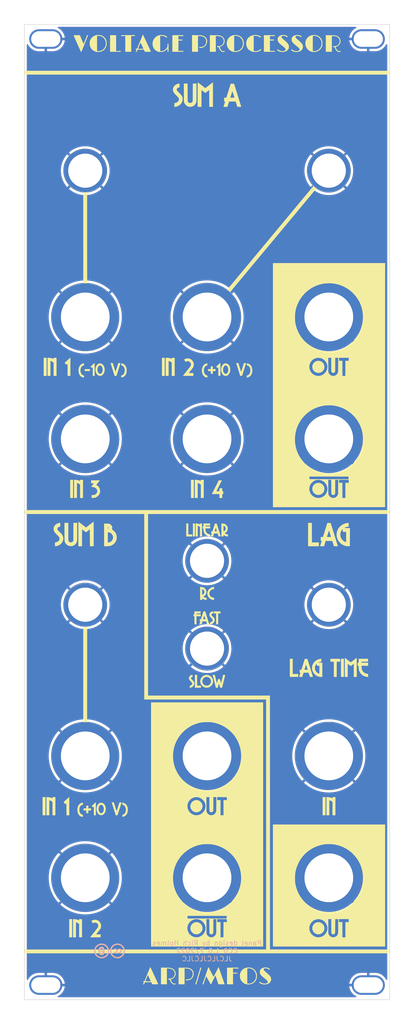
<source format=kicad_pcb>
(kicad_pcb (version 20211014) (generator pcbnew)
  (layers (0 "F.Cu" signal) (31 "B.Cu" signal) (34 "B.Paste" user) (35 "F.Paste" user) (36 "B.SilkS" user "B.Silkscreen") (37 "F.SilkS" user "F.Silkscreen") (38 "B.Mask" user) (39 "F.Mask" user) (44 "Edge.Cuts" user))
  (net 0 "")
  (net 1 "GND")
  (footprint "Kosmo_panel:Kosmo_Panel_Dual_Slotted_Mounting_Holes" (layer "F.Cu") (at 88.1 10.6 180)
    (fp_text reference "H12" hide)
    (fp_text value "Mounting_Holes")
    (pad "1" thru_hole oval locked (at 1.4 -194 180) (size 6.8 4) (drill oval 6 3.2) (layers *.Cu *.Mask) (net 1 "GND"))
    (pad "1" thru_hole oval locked (at 1.4 0 180) (size 6.8 4) (drill oval 6 3.2) (layers *.Cu *.Mask) (net 1 "GND"))
  )
  (footprint "Kosmo_panel:Kosmo_Switch_Hole" (layer "F.Cu") (at 53.6 117.6)
    (fp_text reference "H10" hide)
    (fp_text value "Switch_Hole")
    (pad "1" thru_hole circle locked (at 0 0) (size 9 9) (drill 7) (layers *.Cu *.Mask) (net 1 "GND"))
  )
  (footprint "Kosmo_panel:Kosmo_Jack_Hole" (layer "F.Cu") (at 28.6 67.6)
    (fp_text reference "H7" hide)
    (fp_text value "Jack_Hole")
    (pad "1" thru_hole circle locked (at 0 0) (size 14 14) (drill 10) (layers *.Cu *.Mask) (net 1 "GND"))
  )
  (footprint "Kosmo_panel:Kosmo_Jack_Hole" (layer "F.Cu") (at 53.6 67.6)
    (fp_text reference "H8" hide)
    (fp_text value "Jack_Hole")
    (pad "1" thru_hole circle locked (at 0 0) (size 14 14) (drill 10) (layers *.Cu *.Mask) (net 1 "GND"))
  )
  (footprint "Kosmo_panel:Kosmo_Jack_Hole" (layer "F.Cu") (at 28.6 157.6)
    (fp_text reference "H1" hide)
    (fp_text value "Jack_Hole")
    (pad "1" thru_hole circle locked (at 0 0) (size 14 14) (drill 10) (layers *.Cu *.Mask) (net 1 "GND"))
  )
  (footprint "Kosmo_panel:Kosmo_Panel_Dual_Slotted_Mounting_Holes" (layer "F.Cu") (at 19.1 204.6)
    (fp_text reference "H9" hide)
    (fp_text value "Mounting_Holes")
    (pad "1" thru_hole oval locked (at 1.4 0) (size 6.8 4) (drill oval 6 3.2) (layers *.Cu *.Mask) (net 1 "GND"))
    (pad "1" thru_hole oval locked (at 1.4 -194) (size 6.8 4) (drill oval 6 3.2) (layers *.Cu *.Mask) (net 1 "GND"))
  )
  (footprint "Kosmo_panel:Kosmo_Pot_Hole" (layer "F.Cu") (at 28.6 37.6)
    (fp_text reference "H11" hide)
    (fp_text value "Pot_Hole")
    (pad "1" thru_hole circle locked (at 0 0) (size 9 9) (drill 7) (layers *.Cu *.Mask) (net 1 "GND"))
  )
  (footprint "Kosmo_panel:Kosmo_Jack_Hole" (layer "F.Cu") (at 28.6 182.6)
    (fp_text reference "H2" hide)
    (fp_text value "Jack_Hole")
    (pad "1" thru_hole circle locked (at 0 0) (size 14 14) (drill 10) (layers *.Cu *.Mask) (net 1 "GND"))
  )
  (footprint "Kosmo_panel:Kosmo_Jack_Hole" (layer "F.Cu") (at 53.6 157.6)
    (fp_text reference "H3" hide)
    (fp_text value "Jack_Hole")
    (pad "1" thru_hole circle locked (at 0 0) (size 14 14) (drill 10) (layers *.Cu *.Mask) (net 1 "GND"))
  )
  (footprint "Kosmo_panel:Kosmo_Jack_Hole" (layer "F.Cu") (at 53.6 182.6)
    (fp_text reference "H4" hide)
    (fp_text value "Jack_Hole")
    (pad "1" thru_hole circle locked (at 0 0) (size 14 14) (drill 10) (layers *.Cu *.Mask) (net 1 "GND"))
  )
  (footprint "Kosmo_panel:Kosmo_Jack_Hole" (layer "F.Cu") (at 78.6 157.6)
    (fp_text reference "H5" hide)
    (fp_text value "Jack_Hole")
    (pad "1" thru_hole circle locked (at 0 0) (size 14 14) (drill 10) (layers *.Cu *.Mask) (net 1 "GND"))
  )
  (footprint "Kosmo_panel:Kosmo_Jack_Hole" (layer "F.Cu") (at 78.6 182.6)
    (fp_text reference "H6" hide)
    (fp_text value "Jack_Hole")
    (pad "1" thru_hole circle locked (at 0 0) (size 14 14) (drill 10) (layers *.Cu *.Mask) (net 1 "GND"))
  )
  (footprint "voltproc_panel:voltproc_panel_art" (layer "F.Cu") (at 53.6 107.6)
    (fp_text reference "GRAF2" hide)
    (fp_text value "Art" hide)
  )
  (footprint "Kosmo_panel:Kosmo_Pot_Hole" (layer "F.Cu") (at 78.6 126.6)
    (fp_text reference "H20" hide)
    (fp_text value "Pot_Hole")
    (pad "1" thru_hole circle locked (at 0 0) (size 9 9) (drill 7) (layers *.Cu *.Mask) (net 1 "GND"))
  )
  (footprint "voltproc_panel:voltproc_panel_holes" (layer "F.Cu") (at 53.6 107.6)
    (fp_text reference "GRAF1" hide)
    (fp_text value "Holes" hide)
  )
  (footprint "Kosmo_panel:Kosmo_Jack_Hole" (layer "F.Cu") (at 28.6 92.6)
    (fp_text reference "H14" hide)
    (fp_text value "Jack_Hole")
    (pad "1" thru_hole circle locked (at 0 0) (size 14 14) (drill 10) (layers *.Cu *.Mask) (net 1 "GND"))
  )
  (footprint "Kosmo_panel:Kosmo_Switch_Hole" (layer "F.Cu") (at 53.6 135.6)
    (fp_text reference "H15" hide)
    (fp_text value "Switch_Hole")
    (pad "1" thru_hole circle locked (at 0 0) (size 9 9) (drill 7) (layers *.Cu *.Mask) (net 1 "GND"))
  )
  (footprint "Kosmo_panel:Kosmo_Jack_Hole" (layer "F.Cu") (at 78.6 92.6)
    (fp_text reference "H18" hide)
    (fp_text value "Jack_Hole")
    (pad "1" thru_hole circle locked (at 0 0) (size 14 14) (drill 10) (layers *.Cu *.Mask) (net 1 "GND"))
  )
  (footprint "Kosmo_panel:Kosmo_Jack_Hole" (layer "F.Cu") (at 53.6 92.6)
    (fp_text reference "H17" hide)
    (fp_text value "Jack_Hole")
    (pad "1" thru_hole circle locked (at 0 0) (size 14 14) (drill 10) (layers *.Cu *.Mask) (net 1 "GND"))
  )
  (footprint "Kosmo_panel:Kosmo_Pot_Hole" (layer "F.Cu") (at 78.6 37.6)
    (fp_text reference "H19" hide)
    (fp_text value "Pot_Hole")
    (pad "1" thru_hole circle locked (at 0 0) (size 9 9) (drill 7) (layers *.Cu *.Mask) (net 1 "GND"))
  )
  (footprint "Kosmo_panel:Kosmo_Pot_Hole" (layer "F.Cu") (at 28.6 126.6)
    (fp_text reference "H16" hide)
    (fp_text value "Pot_Hole")
    (pad "1" thru_hole circle locked (at 0 0) (size 9 9) (drill 7) (layers *.Cu *.Mask) (net 1 "GND"))
  )
  (footprint "Kosmo_panel:Kosmo_Jack_Hole" (layer "F.Cu") (at 78.6 67.6)
    (fp_text reference "H13" hide)
    (fp_text value "Jack_Hole")
    (pad "1" thru_hole circle locked (at 0 0) (size 14 14) (drill 10) (layers *.Cu *.Mask) (net 1 "GND"))
  )
  (footprint "ao_tht:CC0_logo" (layer "B.Cu") (at 33.6 197.6 180)
    (fp_text reference "GRAF3" hide)
    (fp_text value "CC0 logo" hide)
  )
  (gr_line (start 16.1 207.6) (end 91.1 207.6) (layer "Edge.Cuts") (width 0.1))
  (gr_line (start 91.1 7.6) (end 16.1 7.6) (layer "Edge.Cuts") (width 0.1))
  (gr_line (start 16.1 7.6) (end 16.1 207.6) (layer "Edge.Cuts") (width 0.1))
  (gr_line (start 91.1 207.6) (end 91.1 7.6) (layer "Edge.Cuts") (width 0.1))
  (gr_text "Panel design by Rich Holmes\nCC0 1.0 7/2022\nJLCJLCJLCJLC" (at 53.6 197.6) (layer "B.SilkS") (effects (font (size 1 1)) (justify mirror)))
  (zone (net 1) (net_name "GND") (layer "F.Cu") (connect_pads (clearance 0.508)) (min_thickness 0.254) (fill yes (thermal_gap 0.508) (thermal_bridge_width 0.508))
    (polygon (pts (xy 96.1 212.6) (xy 11.1 212.6) (xy 11.1 2.6) (xy 96.1 2.6)))
  )
  (zone (net 1) (net_name "GND") (layer "B.Cu") (connect_pads (clearance 0.508)) (min_thickness 0.254) (fill yes (thermal_gap 0.508) (thermal_bridge_width 0.508))
    (polygon (pts (xy 96.1 212.6) (xy 11.1 212.6) (xy 11.1 2.6) (xy 96.1 2.6)))
  )
)
</source>
